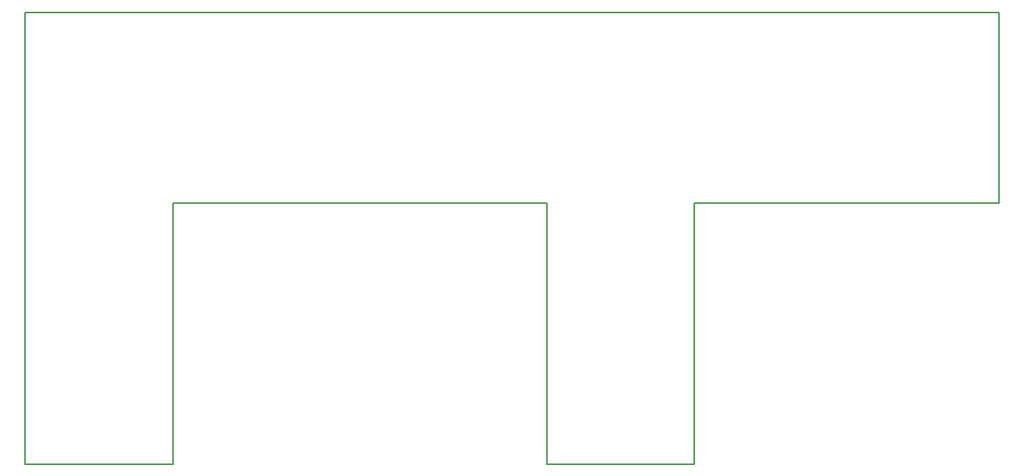
<source format=gbr>
G04 #@! TF.GenerationSoftware,KiCad,Pcbnew,(5.0.0)*
G04 #@! TF.CreationDate,2018-11-23T00:32:49+07:00*
G04 #@! TF.ProjectId,ext_module,6578745F6D6F64756C652E6B69636164,rev?*
G04 #@! TF.SameCoordinates,Original*
G04 #@! TF.FileFunction,Profile,NP*
%FSLAX46Y46*%
G04 Gerber Fmt 4.6, Leading zero omitted, Abs format (unit mm)*
G04 Created by KiCad (PCBNEW (5.0.0)) date 11/23/18 00:32:49*
%MOMM*%
%LPD*%
G01*
G04 APERTURE LIST*
%ADD10C,0.150000*%
G04 APERTURE END LIST*
D10*
X21000000Y-23000000D02*
X21000000Y-75000000D01*
X133000000Y-23000000D02*
X21000000Y-23000000D01*
X133000000Y-45000000D02*
X133000000Y-23000000D01*
X98000000Y-45000000D02*
X133000000Y-45000000D01*
X98000000Y-75000000D02*
X98000000Y-45000000D01*
X81000000Y-75000000D02*
X98000000Y-75000000D01*
X81000000Y-45000000D02*
X81000000Y-75000000D01*
X38000000Y-45000000D02*
X81000000Y-45000000D01*
X38000000Y-75000000D02*
X38000000Y-45000000D01*
X21000000Y-75000000D02*
X38000000Y-75000000D01*
M02*

</source>
